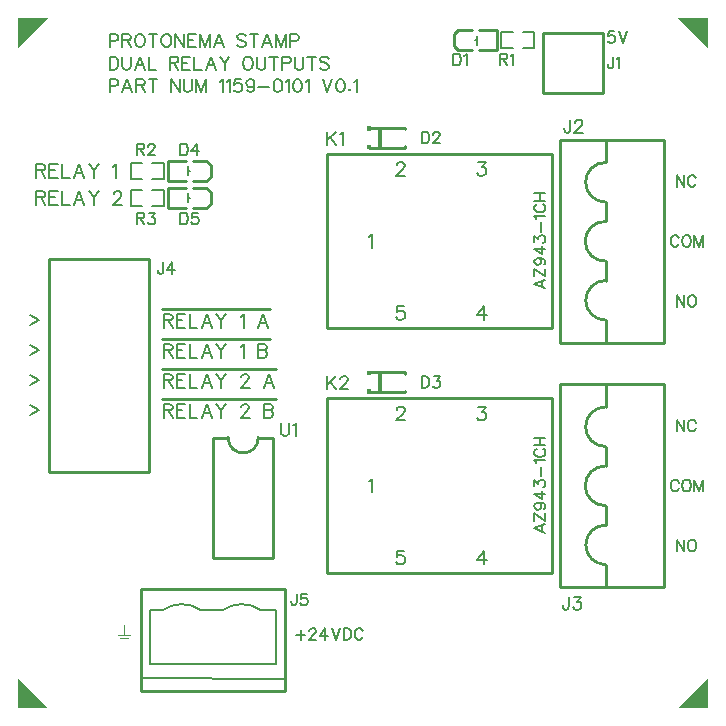
<source format=gto>
G04 Layer: TopSilkscreenLayer*
G04 Panelize: , Column: 2, Row: 2, Board Size: 58.42mm x 58.42mm, Panelized Board Size: 118.84mm x 118.84mm*
G04 EasyEDA v6.5.34, 2023-10-08 21:00:45*
G04 4a59fedaa2674353ae30dd207b49eca9,5a6b42c53f6a479593ecc07194224c93,10*
G04 Gerber Generator version 0.2*
G04 Scale: 100 percent, Rotated: No, Reflected: No *
G04 Dimensions in millimeters *
G04 leading zeros omitted , absolute positions ,4 integer and 5 decimal *
%FSLAX45Y45*%
%MOMM*%

%ADD10C,0.1524*%
%ADD11C,0.2032*%
%ADD12C,0.2540*%
%ADD13C,0.2030*%
%ADD14C,0.1270*%
%ADD15C,0.0135*%

%LPD*%
G36*
X897382Y700278D02*
G01*
X897382Y613156D01*
X844803Y613156D01*
X844803Y605028D01*
X958596Y605028D01*
X958596Y613156D01*
X906018Y613156D01*
X906018Y700278D01*
G37*
G36*
X864362Y591566D02*
G01*
X864362Y583438D01*
X939037Y583438D01*
X939037Y591566D01*
G37*
G36*
X882142Y569722D02*
G01*
X882142Y562102D01*
X921258Y562102D01*
X921258Y569722D01*
G37*
D10*
X774700Y5322315D02*
G01*
X774700Y5213350D01*
X774700Y5322315D02*
G01*
X821436Y5322315D01*
X836929Y5317236D01*
X842263Y5311902D01*
X847344Y5301487D01*
X847344Y5285994D01*
X842263Y5275579D01*
X836929Y5270500D01*
X821436Y5265165D01*
X774700Y5265165D01*
X923289Y5322315D02*
G01*
X881634Y5213350D01*
X923289Y5322315D02*
G01*
X964945Y5213350D01*
X897381Y5249671D02*
G01*
X949197Y5249671D01*
X999236Y5322315D02*
G01*
X999236Y5213350D01*
X999236Y5322315D02*
G01*
X1045971Y5322315D01*
X1061465Y5317236D01*
X1066800Y5311902D01*
X1071879Y5301487D01*
X1071879Y5291073D01*
X1066800Y5280660D01*
X1061465Y5275579D01*
X1045971Y5270500D01*
X999236Y5270500D01*
X1035557Y5270500D02*
G01*
X1071879Y5213350D01*
X1142492Y5322315D02*
G01*
X1142492Y5213350D01*
X1106170Y5322315D02*
G01*
X1178813Y5322315D01*
X1293113Y5322315D02*
G01*
X1293113Y5213350D01*
X1293113Y5322315D02*
G01*
X1366012Y5213350D01*
X1366012Y5322315D02*
G01*
X1366012Y5213350D01*
X1400302Y5322315D02*
G01*
X1400302Y5244337D01*
X1405381Y5228844D01*
X1415795Y5218429D01*
X1431289Y5213350D01*
X1441704Y5213350D01*
X1457452Y5218429D01*
X1467865Y5228844D01*
X1472945Y5244337D01*
X1472945Y5322315D01*
X1507236Y5322315D02*
G01*
X1507236Y5213350D01*
X1507236Y5322315D02*
G01*
X1548892Y5213350D01*
X1590294Y5322315D02*
G01*
X1548892Y5213350D01*
X1590294Y5322315D02*
G01*
X1590294Y5213350D01*
X1704594Y5301487D02*
G01*
X1715007Y5306821D01*
X1730755Y5322315D01*
X1730755Y5213350D01*
X1765045Y5301487D02*
G01*
X1775460Y5306821D01*
X1790954Y5322315D01*
X1790954Y5213350D01*
X1887473Y5322315D02*
G01*
X1835657Y5322315D01*
X1830323Y5275579D01*
X1835657Y5280660D01*
X1851152Y5285994D01*
X1866900Y5285994D01*
X1882394Y5280660D01*
X1892807Y5270500D01*
X1897887Y5254752D01*
X1897887Y5244337D01*
X1892807Y5228844D01*
X1882394Y5218429D01*
X1866900Y5213350D01*
X1851152Y5213350D01*
X1835657Y5218429D01*
X1830323Y5223510D01*
X1825244Y5233923D01*
X1999741Y5285994D02*
G01*
X1994661Y5270500D01*
X1984247Y5260086D01*
X1968500Y5254752D01*
X1963420Y5254752D01*
X1947925Y5260086D01*
X1937511Y5270500D01*
X1932177Y5285994D01*
X1932177Y5291073D01*
X1937511Y5306821D01*
X1947925Y5317236D01*
X1963420Y5322315D01*
X1968500Y5322315D01*
X1984247Y5317236D01*
X1994661Y5306821D01*
X1999741Y5285994D01*
X1999741Y5260086D01*
X1994661Y5233923D01*
X1984247Y5218429D01*
X1968500Y5213350D01*
X1958340Y5213350D01*
X1942591Y5218429D01*
X1937511Y5228844D01*
X2034031Y5260086D02*
G01*
X2127504Y5260086D01*
X2193036Y5322315D02*
G01*
X2177541Y5317236D01*
X2167127Y5301487D01*
X2161793Y5275579D01*
X2161793Y5260086D01*
X2167127Y5233923D01*
X2177541Y5218429D01*
X2193036Y5213350D01*
X2203450Y5213350D01*
X2218943Y5218429D01*
X2229358Y5233923D01*
X2234691Y5260086D01*
X2234691Y5275579D01*
X2229358Y5301487D01*
X2218943Y5317236D01*
X2203450Y5322315D01*
X2193036Y5322315D01*
X2268981Y5301487D02*
G01*
X2279395Y5306821D01*
X2294890Y5322315D01*
X2294890Y5213350D01*
X2360422Y5322315D02*
G01*
X2344674Y5317236D01*
X2334259Y5301487D01*
X2329179Y5275579D01*
X2329179Y5260086D01*
X2334259Y5233923D01*
X2344674Y5218429D01*
X2360422Y5213350D01*
X2370836Y5213350D01*
X2386329Y5218429D01*
X2396743Y5233923D01*
X2401824Y5260086D01*
X2401824Y5275579D01*
X2396743Y5301487D01*
X2386329Y5317236D01*
X2370836Y5322315D01*
X2360422Y5322315D01*
X2436113Y5301487D02*
G01*
X2446527Y5306821D01*
X2462275Y5322315D01*
X2462275Y5213350D01*
X2576575Y5322315D02*
G01*
X2617977Y5213350D01*
X2659634Y5322315D02*
G01*
X2617977Y5213350D01*
X2725165Y5322315D02*
G01*
X2709418Y5317236D01*
X2699004Y5301487D01*
X2693924Y5275579D01*
X2693924Y5260086D01*
X2699004Y5233923D01*
X2709418Y5218429D01*
X2725165Y5213350D01*
X2735579Y5213350D01*
X2751074Y5218429D01*
X2761488Y5233923D01*
X2766568Y5260086D01*
X2766568Y5275579D01*
X2761488Y5301487D01*
X2751074Y5317236D01*
X2735579Y5322315D01*
X2725165Y5322315D01*
X2806191Y5239257D02*
G01*
X2800858Y5233923D01*
X2806191Y5228844D01*
X2811272Y5233923D01*
X2806191Y5239257D01*
X2845561Y5301487D02*
G01*
X2855975Y5306821D01*
X2871470Y5322315D01*
X2871470Y5213350D01*
X774700Y5512815D02*
G01*
X774700Y5403850D01*
X774700Y5512815D02*
G01*
X811021Y5512815D01*
X826770Y5507736D01*
X836929Y5497321D01*
X842263Y5486907D01*
X847344Y5471160D01*
X847344Y5445252D01*
X842263Y5429757D01*
X836929Y5419344D01*
X826770Y5408929D01*
X811021Y5403850D01*
X774700Y5403850D01*
X881634Y5512815D02*
G01*
X881634Y5434837D01*
X886968Y5419344D01*
X897381Y5408929D01*
X912876Y5403850D01*
X923289Y5403850D01*
X938784Y5408929D01*
X949197Y5419344D01*
X954531Y5434837D01*
X954531Y5512815D01*
X1030223Y5512815D02*
G01*
X988821Y5403850D01*
X1030223Y5512815D02*
G01*
X1071879Y5403850D01*
X1004315Y5440171D02*
G01*
X1056386Y5440171D01*
X1106170Y5512815D02*
G01*
X1106170Y5403850D01*
X1106170Y5403850D02*
G01*
X1168400Y5403850D01*
X1282700Y5512815D02*
G01*
X1282700Y5403850D01*
X1282700Y5512815D02*
G01*
X1329689Y5512815D01*
X1345184Y5507736D01*
X1350263Y5502402D01*
X1355597Y5491987D01*
X1355597Y5481573D01*
X1350263Y5471160D01*
X1345184Y5466079D01*
X1329689Y5461000D01*
X1282700Y5461000D01*
X1319276Y5461000D02*
G01*
X1355597Y5403850D01*
X1389887Y5512815D02*
G01*
X1389887Y5403850D01*
X1389887Y5512815D02*
G01*
X1457452Y5512815D01*
X1389887Y5461000D02*
G01*
X1431289Y5461000D01*
X1389887Y5403850D02*
G01*
X1457452Y5403850D01*
X1491742Y5512815D02*
G01*
X1491742Y5403850D01*
X1491742Y5403850D02*
G01*
X1553971Y5403850D01*
X1629918Y5512815D02*
G01*
X1588262Y5403850D01*
X1629918Y5512815D02*
G01*
X1671320Y5403850D01*
X1604010Y5440171D02*
G01*
X1655826Y5440171D01*
X1705610Y5512815D02*
G01*
X1747265Y5461000D01*
X1747265Y5403850D01*
X1788921Y5512815D02*
G01*
X1747265Y5461000D01*
X1934209Y5512815D02*
G01*
X1924050Y5507736D01*
X1913636Y5497321D01*
X1908302Y5486907D01*
X1903221Y5471160D01*
X1903221Y5445252D01*
X1908302Y5429757D01*
X1913636Y5419344D01*
X1924050Y5408929D01*
X1934209Y5403850D01*
X1955038Y5403850D01*
X1965452Y5408929D01*
X1975865Y5419344D01*
X1981200Y5429757D01*
X1986279Y5445252D01*
X1986279Y5471160D01*
X1981200Y5486907D01*
X1975865Y5497321D01*
X1965452Y5507736D01*
X1955038Y5512815D01*
X1934209Y5512815D01*
X2020570Y5512815D02*
G01*
X2020570Y5434837D01*
X2025650Y5419344D01*
X2036063Y5408929D01*
X2051811Y5403850D01*
X2062225Y5403850D01*
X2077720Y5408929D01*
X2088134Y5419344D01*
X2093213Y5434837D01*
X2093213Y5512815D01*
X2164079Y5512815D02*
G01*
X2164079Y5403850D01*
X2127504Y5512815D02*
G01*
X2200402Y5512815D01*
X2234691Y5512815D02*
G01*
X2234691Y5403850D01*
X2234691Y5512815D02*
G01*
X2281427Y5512815D01*
X2296922Y5507736D01*
X2302256Y5502402D01*
X2307336Y5491987D01*
X2307336Y5476494D01*
X2302256Y5466079D01*
X2296922Y5461000D01*
X2281427Y5455665D01*
X2234691Y5455665D01*
X2341625Y5512815D02*
G01*
X2341625Y5434837D01*
X2346959Y5419344D01*
X2357120Y5408929D01*
X2372868Y5403850D01*
X2383281Y5403850D01*
X2398775Y5408929D01*
X2409190Y5419344D01*
X2414270Y5434837D01*
X2414270Y5512815D01*
X2485136Y5512815D02*
G01*
X2485136Y5403850D01*
X2448559Y5512815D02*
G01*
X2521458Y5512815D01*
X2628391Y5497321D02*
G01*
X2617977Y5507736D01*
X2602484Y5512815D01*
X2581656Y5512815D01*
X2566161Y5507736D01*
X2555747Y5497321D01*
X2555747Y5486907D01*
X2560827Y5476494D01*
X2566161Y5471160D01*
X2576575Y5466079D01*
X2607563Y5455665D01*
X2617977Y5450586D01*
X2623311Y5445252D01*
X2628391Y5434837D01*
X2628391Y5419344D01*
X2617977Y5408929D01*
X2602484Y5403850D01*
X2581656Y5403850D01*
X2566161Y5408929D01*
X2555747Y5419344D01*
X774700Y5703315D02*
G01*
X774700Y5594350D01*
X774700Y5703315D02*
G01*
X821436Y5703315D01*
X836929Y5698236D01*
X842263Y5692902D01*
X847344Y5682487D01*
X847344Y5666994D01*
X842263Y5656579D01*
X836929Y5651500D01*
X821436Y5646165D01*
X774700Y5646165D01*
X881634Y5703315D02*
G01*
X881634Y5594350D01*
X881634Y5703315D02*
G01*
X928370Y5703315D01*
X944118Y5698236D01*
X949197Y5692902D01*
X954531Y5682487D01*
X954531Y5672073D01*
X949197Y5661660D01*
X944118Y5656579D01*
X928370Y5651500D01*
X881634Y5651500D01*
X918210Y5651500D02*
G01*
X954531Y5594350D01*
X1019810Y5703315D02*
G01*
X1009650Y5698236D01*
X999236Y5687821D01*
X993902Y5677407D01*
X988821Y5661660D01*
X988821Y5635752D01*
X993902Y5620257D01*
X999236Y5609844D01*
X1009650Y5599429D01*
X1019810Y5594350D01*
X1040637Y5594350D01*
X1051052Y5599429D01*
X1061465Y5609844D01*
X1066800Y5620257D01*
X1071879Y5635752D01*
X1071879Y5661660D01*
X1066800Y5677407D01*
X1061465Y5687821D01*
X1051052Y5698236D01*
X1040637Y5703315D01*
X1019810Y5703315D01*
X1142492Y5703315D02*
G01*
X1142492Y5594350D01*
X1106170Y5703315D02*
G01*
X1178813Y5703315D01*
X1244345Y5703315D02*
G01*
X1233931Y5698236D01*
X1223518Y5687821D01*
X1218437Y5677407D01*
X1213104Y5661660D01*
X1213104Y5635752D01*
X1218437Y5620257D01*
X1223518Y5609844D01*
X1233931Y5599429D01*
X1244345Y5594350D01*
X1265173Y5594350D01*
X1275587Y5599429D01*
X1286002Y5609844D01*
X1291081Y5620257D01*
X1296415Y5635752D01*
X1296415Y5661660D01*
X1291081Y5677407D01*
X1286002Y5687821D01*
X1275587Y5698236D01*
X1265173Y5703315D01*
X1244345Y5703315D01*
X1330705Y5703315D02*
G01*
X1330705Y5594350D01*
X1330705Y5703315D02*
G01*
X1403350Y5594350D01*
X1403350Y5703315D02*
G01*
X1403350Y5594350D01*
X1437639Y5703315D02*
G01*
X1437639Y5594350D01*
X1437639Y5703315D02*
G01*
X1505204Y5703315D01*
X1437639Y5651500D02*
G01*
X1479295Y5651500D01*
X1437639Y5594350D02*
G01*
X1505204Y5594350D01*
X1539494Y5703315D02*
G01*
X1539494Y5594350D01*
X1539494Y5703315D02*
G01*
X1581150Y5594350D01*
X1622552Y5703315D02*
G01*
X1581150Y5594350D01*
X1622552Y5703315D02*
G01*
X1622552Y5594350D01*
X1698497Y5703315D02*
G01*
X1656842Y5594350D01*
X1698497Y5703315D02*
G01*
X1739900Y5594350D01*
X1672589Y5630671D02*
G01*
X1724405Y5630671D01*
X1927097Y5687821D02*
G01*
X1916684Y5698236D01*
X1901189Y5703315D01*
X1880362Y5703315D01*
X1864613Y5698236D01*
X1854200Y5687821D01*
X1854200Y5677407D01*
X1859534Y5666994D01*
X1864613Y5661660D01*
X1875028Y5656579D01*
X1906270Y5646165D01*
X1916684Y5641086D01*
X1921763Y5635752D01*
X1927097Y5625337D01*
X1927097Y5609844D01*
X1916684Y5599429D01*
X1901189Y5594350D01*
X1880362Y5594350D01*
X1864613Y5599429D01*
X1854200Y5609844D01*
X1997709Y5703315D02*
G01*
X1997709Y5594350D01*
X1961388Y5703315D02*
G01*
X2034031Y5703315D01*
X2109977Y5703315D02*
G01*
X2068322Y5594350D01*
X2109977Y5703315D02*
G01*
X2151379Y5594350D01*
X2084070Y5630671D02*
G01*
X2135886Y5630671D01*
X2185670Y5703315D02*
G01*
X2185670Y5594350D01*
X2185670Y5703315D02*
G01*
X2227325Y5594350D01*
X2268981Y5703315D02*
G01*
X2227325Y5594350D01*
X2268981Y5703315D02*
G01*
X2268981Y5594350D01*
X2303272Y5703315D02*
G01*
X2303272Y5594350D01*
X2303272Y5703315D02*
G01*
X2350008Y5703315D01*
X2365502Y5698236D01*
X2370836Y5692902D01*
X2375915Y5682487D01*
X2375915Y5666994D01*
X2370836Y5656579D01*
X2365502Y5651500D01*
X2350008Y5646165D01*
X2303272Y5646165D01*
X5036565Y5511037D02*
G01*
X5036565Y5438394D01*
X5031993Y5424678D01*
X5027422Y5420105D01*
X5018277Y5415534D01*
X5009388Y5415534D01*
X5000243Y5420105D01*
X4995672Y5424678D01*
X4991100Y5438394D01*
X4991100Y5447537D01*
X5066538Y5493004D02*
G01*
X5075681Y5497576D01*
X5089397Y5511037D01*
X5089397Y5415534D01*
X2390399Y658873D02*
G01*
X2390399Y576831D01*
X2349505Y617979D02*
G01*
X2431293Y617979D01*
X2465837Y649729D02*
G01*
X2465837Y654301D01*
X2470409Y663191D01*
X2474981Y667763D01*
X2484125Y672335D01*
X2502159Y672335D01*
X2511303Y667763D01*
X2515875Y663191D01*
X2520447Y654301D01*
X2520447Y645157D01*
X2515875Y636013D01*
X2506731Y622297D01*
X2461265Y576831D01*
X2525019Y576831D01*
X2600457Y672335D02*
G01*
X2554991Y608835D01*
X2623063Y608835D01*
X2600457Y672335D02*
G01*
X2600457Y576831D01*
X2653035Y672335D02*
G01*
X2689611Y576831D01*
X2725933Y672335D02*
G01*
X2689611Y576831D01*
X2755905Y672335D02*
G01*
X2755905Y576831D01*
X2755905Y672335D02*
G01*
X2787655Y672335D01*
X2801371Y667763D01*
X2810515Y658873D01*
X2814833Y649729D01*
X2819405Y636013D01*
X2819405Y613407D01*
X2814833Y599691D01*
X2810515Y590547D01*
X2801371Y581403D01*
X2787655Y576831D01*
X2755905Y576831D01*
X2917703Y649729D02*
G01*
X2913131Y658873D01*
X2903987Y667763D01*
X2894843Y672335D01*
X2876809Y672335D01*
X2867665Y667763D01*
X2858521Y658873D01*
X2853949Y649729D01*
X2849377Y636013D01*
X2849377Y613407D01*
X2853949Y599691D01*
X2858521Y590547D01*
X2867665Y581403D01*
X2876809Y576831D01*
X2894843Y576831D01*
X2903987Y581403D01*
X2913131Y590547D01*
X2917703Y599691D01*
X5575300Y4507737D02*
G01*
X5575300Y4412234D01*
X5575300Y4507737D02*
G01*
X5639054Y4412234D01*
X5639054Y4507737D02*
G01*
X5639054Y4412234D01*
X5737097Y4485131D02*
G01*
X5732525Y4494276D01*
X5723381Y4503165D01*
X5714491Y4507737D01*
X5696204Y4507737D01*
X5687059Y4503165D01*
X5677915Y4494276D01*
X5673597Y4485131D01*
X5669025Y4471415D01*
X5669025Y4448810D01*
X5673597Y4435094D01*
X5677915Y4425950D01*
X5687059Y4416805D01*
X5696204Y4412234D01*
X5714491Y4412234D01*
X5723381Y4416805D01*
X5732525Y4425950D01*
X5737097Y4435094D01*
X5592572Y3977131D02*
G01*
X5588254Y3986276D01*
X5579109Y3995165D01*
X5569965Y3999737D01*
X5551677Y3999737D01*
X5542788Y3995165D01*
X5533643Y3986276D01*
X5529072Y3977131D01*
X5524500Y3963415D01*
X5524500Y3940810D01*
X5529072Y3927094D01*
X5533643Y3917950D01*
X5542788Y3908805D01*
X5551677Y3904234D01*
X5569965Y3904234D01*
X5579109Y3908805D01*
X5588254Y3917950D01*
X5592572Y3927094D01*
X5649975Y3999737D02*
G01*
X5640831Y3995165D01*
X5631688Y3986276D01*
X5627115Y3977131D01*
X5622797Y3963415D01*
X5622797Y3940810D01*
X5627115Y3927094D01*
X5631688Y3917950D01*
X5640831Y3908805D01*
X5649975Y3904234D01*
X5668009Y3904234D01*
X5677154Y3908805D01*
X5686297Y3917950D01*
X5690870Y3927094D01*
X5695441Y3940810D01*
X5695441Y3963415D01*
X5690870Y3977131D01*
X5686297Y3986276D01*
X5677154Y3995165D01*
X5668009Y3999737D01*
X5649975Y3999737D01*
X5725413Y3999737D02*
G01*
X5725413Y3904234D01*
X5725413Y3999737D02*
G01*
X5761736Y3904234D01*
X5798058Y3999737D02*
G01*
X5761736Y3904234D01*
X5798058Y3999737D02*
G01*
X5798058Y3904234D01*
X5575300Y3491737D02*
G01*
X5575300Y3396234D01*
X5575300Y3491737D02*
G01*
X5639054Y3396234D01*
X5639054Y3491737D02*
G01*
X5639054Y3396234D01*
X5696204Y3491737D02*
G01*
X5687059Y3487165D01*
X5677915Y3478276D01*
X5673597Y3469131D01*
X5669025Y3455415D01*
X5669025Y3432810D01*
X5673597Y3419094D01*
X5677915Y3409950D01*
X5687059Y3400805D01*
X5696204Y3396234D01*
X5714491Y3396234D01*
X5723381Y3400805D01*
X5732525Y3409950D01*
X5737097Y3419094D01*
X5741670Y3432810D01*
X5741670Y3455415D01*
X5737097Y3469131D01*
X5732525Y3478276D01*
X5723381Y3487165D01*
X5714491Y3491737D01*
X5696204Y3491737D01*
X5575300Y1421637D02*
G01*
X5575300Y1326134D01*
X5575300Y1421637D02*
G01*
X5639054Y1326134D01*
X5639054Y1421637D02*
G01*
X5639054Y1326134D01*
X5696204Y1421637D02*
G01*
X5687059Y1417065D01*
X5677915Y1408176D01*
X5673597Y1399031D01*
X5669025Y1385315D01*
X5669025Y1362710D01*
X5673597Y1348994D01*
X5677915Y1339850D01*
X5687059Y1330705D01*
X5696204Y1326134D01*
X5714491Y1326134D01*
X5723381Y1330705D01*
X5732525Y1339850D01*
X5737097Y1348994D01*
X5741670Y1362710D01*
X5741670Y1385315D01*
X5737097Y1399031D01*
X5732525Y1408176D01*
X5723381Y1417065D01*
X5714491Y1421637D01*
X5696204Y1421637D01*
X5592572Y1907031D02*
G01*
X5588254Y1916176D01*
X5579109Y1925065D01*
X5569965Y1929637D01*
X5551677Y1929637D01*
X5542788Y1925065D01*
X5533643Y1916176D01*
X5529072Y1907031D01*
X5524500Y1893315D01*
X5524500Y1870710D01*
X5529072Y1856994D01*
X5533643Y1847850D01*
X5542788Y1838705D01*
X5551677Y1834134D01*
X5569965Y1834134D01*
X5579109Y1838705D01*
X5588254Y1847850D01*
X5592572Y1856994D01*
X5649975Y1929637D02*
G01*
X5640831Y1925065D01*
X5631688Y1916176D01*
X5627115Y1907031D01*
X5622797Y1893315D01*
X5622797Y1870710D01*
X5627115Y1856994D01*
X5631688Y1847850D01*
X5640831Y1838705D01*
X5649975Y1834134D01*
X5668009Y1834134D01*
X5677154Y1838705D01*
X5686297Y1847850D01*
X5690870Y1856994D01*
X5695441Y1870710D01*
X5695441Y1893315D01*
X5690870Y1907031D01*
X5686297Y1916176D01*
X5677154Y1925065D01*
X5668009Y1929637D01*
X5649975Y1929637D01*
X5725413Y1929637D02*
G01*
X5725413Y1834134D01*
X5725413Y1929637D02*
G01*
X5761736Y1834134D01*
X5798058Y1929637D02*
G01*
X5761736Y1834134D01*
X5798058Y1929637D02*
G01*
X5798058Y1834134D01*
X5575300Y2437637D02*
G01*
X5575300Y2342134D01*
X5575300Y2437637D02*
G01*
X5639054Y2342134D01*
X5639054Y2437637D02*
G01*
X5639054Y2342134D01*
X5737097Y2415031D02*
G01*
X5732525Y2424176D01*
X5723381Y2433065D01*
X5714491Y2437637D01*
X5696204Y2437637D01*
X5687059Y2433065D01*
X5677915Y2424176D01*
X5673597Y2415031D01*
X5669025Y2401315D01*
X5669025Y2378710D01*
X5673597Y2364994D01*
X5677915Y2355850D01*
X5687059Y2346705D01*
X5696204Y2342134D01*
X5714491Y2342134D01*
X5723381Y2346705D01*
X5732525Y2355850D01*
X5737097Y2364994D01*
X101625Y2817368D02*
G01*
X174269Y2776473D01*
X101625Y2735326D01*
X101625Y3071368D02*
G01*
X174269Y3030473D01*
X101625Y2989326D01*
X101625Y3325368D02*
G01*
X174269Y3284473D01*
X101625Y3243326D01*
X101625Y2563368D02*
G01*
X174269Y2522473D01*
X101625Y2481326D01*
X1226565Y3771137D02*
G01*
X1226565Y3698494D01*
X1221994Y3684778D01*
X1217421Y3680205D01*
X1208278Y3675634D01*
X1199387Y3675634D01*
X1190244Y3680205D01*
X1185671Y3684778D01*
X1181100Y3698494D01*
X1181100Y3707637D01*
X1302004Y3771137D02*
G01*
X1256537Y3707637D01*
X1324610Y3707637D01*
X1302004Y3771137D02*
G01*
X1302004Y3675634D01*
X1231900Y3334257D02*
G01*
X1231900Y3219704D01*
X1231900Y3334257D02*
G01*
X1280921Y3334257D01*
X1297431Y3328670D01*
X1302765Y3323336D01*
X1308354Y3312413D01*
X1308354Y3301492D01*
X1302765Y3290570D01*
X1297431Y3284981D01*
X1280921Y3279647D01*
X1231900Y3279647D01*
X1270000Y3279647D02*
G01*
X1308354Y3219704D01*
X1344168Y3334257D02*
G01*
X1344168Y3219704D01*
X1344168Y3334257D02*
G01*
X1415287Y3334257D01*
X1344168Y3279647D02*
G01*
X1387855Y3279647D01*
X1344168Y3219704D02*
G01*
X1415287Y3219704D01*
X1451102Y3334257D02*
G01*
X1451102Y3219704D01*
X1451102Y3219704D02*
G01*
X1516634Y3219704D01*
X1596136Y3334257D02*
G01*
X1552702Y3219704D01*
X1596136Y3334257D02*
G01*
X1639823Y3219704D01*
X1568957Y3257804D02*
G01*
X1623568Y3257804D01*
X1675892Y3334257D02*
G01*
X1719579Y3279647D01*
X1719579Y3219704D01*
X1763268Y3334257D02*
G01*
X1719579Y3279647D01*
X1883155Y3312413D02*
G01*
X1894078Y3317747D01*
X1910334Y3334257D01*
X1910334Y3219704D01*
X2074163Y3334257D02*
G01*
X2030475Y3219704D01*
X2074163Y3334257D02*
G01*
X2117597Y3219704D01*
X2046731Y3257804D02*
G01*
X2101341Y3257804D01*
X1231900Y3080257D02*
G01*
X1231900Y2965704D01*
X1231900Y3080257D02*
G01*
X1280921Y3080257D01*
X1297431Y3074670D01*
X1302765Y3069336D01*
X1308354Y3058413D01*
X1308354Y3047492D01*
X1302765Y3036570D01*
X1297431Y3030981D01*
X1280921Y3025647D01*
X1231900Y3025647D01*
X1270000Y3025647D02*
G01*
X1308354Y2965704D01*
X1344168Y3080257D02*
G01*
X1344168Y2965704D01*
X1344168Y3080257D02*
G01*
X1415287Y3080257D01*
X1344168Y3025647D02*
G01*
X1387855Y3025647D01*
X1344168Y2965704D02*
G01*
X1415287Y2965704D01*
X1451102Y3080257D02*
G01*
X1451102Y2965704D01*
X1451102Y2965704D02*
G01*
X1516634Y2965704D01*
X1596136Y3080257D02*
G01*
X1552702Y2965704D01*
X1596136Y3080257D02*
G01*
X1639823Y2965704D01*
X1568957Y3003804D02*
G01*
X1623568Y3003804D01*
X1675892Y3080257D02*
G01*
X1719579Y3025647D01*
X1719579Y2965704D01*
X1763268Y3080257D02*
G01*
X1719579Y3025647D01*
X1883155Y3058413D02*
G01*
X1894078Y3063747D01*
X1910334Y3080257D01*
X1910334Y2965704D01*
X2030475Y3080257D02*
G01*
X2030475Y2965704D01*
X2030475Y3080257D02*
G01*
X2079497Y3080257D01*
X2096008Y3074670D01*
X2101341Y3069336D01*
X2106929Y3058413D01*
X2106929Y3047492D01*
X2101341Y3036570D01*
X2096008Y3030981D01*
X2079497Y3025647D01*
X2030475Y3025647D02*
G01*
X2079497Y3025647D01*
X2096008Y3020313D01*
X2101341Y3014726D01*
X2106929Y3003804D01*
X2106929Y2987547D01*
X2101341Y2976626D01*
X2096008Y2971037D01*
X2079497Y2965704D01*
X2030475Y2965704D01*
X1231900Y2826257D02*
G01*
X1231900Y2711704D01*
X1231900Y2826257D02*
G01*
X1280921Y2826257D01*
X1297431Y2820670D01*
X1302765Y2815336D01*
X1308354Y2804413D01*
X1308354Y2793492D01*
X1302765Y2782570D01*
X1297431Y2776981D01*
X1280921Y2771647D01*
X1231900Y2771647D01*
X1270000Y2771647D02*
G01*
X1308354Y2711704D01*
X1344168Y2826257D02*
G01*
X1344168Y2711704D01*
X1344168Y2826257D02*
G01*
X1415287Y2826257D01*
X1344168Y2771647D02*
G01*
X1387855Y2771647D01*
X1344168Y2711704D02*
G01*
X1415287Y2711704D01*
X1451102Y2826257D02*
G01*
X1451102Y2711704D01*
X1451102Y2711704D02*
G01*
X1516634Y2711704D01*
X1596136Y2826257D02*
G01*
X1552702Y2711704D01*
X1596136Y2826257D02*
G01*
X1639823Y2711704D01*
X1568957Y2749804D02*
G01*
X1623568Y2749804D01*
X1675892Y2826257D02*
G01*
X1719579Y2771647D01*
X1719579Y2711704D01*
X1763268Y2826257D02*
G01*
X1719579Y2771647D01*
X1888744Y2798826D02*
G01*
X1888744Y2804413D01*
X1894078Y2815336D01*
X1899412Y2820670D01*
X1910334Y2826257D01*
X1932177Y2826257D01*
X1943100Y2820670D01*
X1948688Y2815336D01*
X1954022Y2804413D01*
X1954022Y2793492D01*
X1948688Y2782570D01*
X1937765Y2766313D01*
X1883155Y2711704D01*
X1959609Y2711704D01*
X2123186Y2826257D02*
G01*
X2079497Y2711704D01*
X2123186Y2826257D02*
G01*
X2166874Y2711704D01*
X2096008Y2749804D02*
G01*
X2150363Y2749804D01*
X1231900Y2572257D02*
G01*
X1231900Y2457704D01*
X1231900Y2572257D02*
G01*
X1280921Y2572257D01*
X1297431Y2566670D01*
X1302765Y2561336D01*
X1308354Y2550413D01*
X1308354Y2539492D01*
X1302765Y2528570D01*
X1297431Y2522981D01*
X1280921Y2517647D01*
X1231900Y2517647D01*
X1270000Y2517647D02*
G01*
X1308354Y2457704D01*
X1344168Y2572257D02*
G01*
X1344168Y2457704D01*
X1344168Y2572257D02*
G01*
X1415287Y2572257D01*
X1344168Y2517647D02*
G01*
X1387855Y2517647D01*
X1344168Y2457704D02*
G01*
X1415287Y2457704D01*
X1451102Y2572257D02*
G01*
X1451102Y2457704D01*
X1451102Y2457704D02*
G01*
X1516634Y2457704D01*
X1596136Y2572257D02*
G01*
X1552702Y2457704D01*
X1596136Y2572257D02*
G01*
X1639823Y2457704D01*
X1568957Y2495804D02*
G01*
X1623568Y2495804D01*
X1675892Y2572257D02*
G01*
X1719579Y2517647D01*
X1719579Y2457704D01*
X1763268Y2572257D02*
G01*
X1719579Y2517647D01*
X1888744Y2544826D02*
G01*
X1888744Y2550413D01*
X1894078Y2561336D01*
X1899412Y2566670D01*
X1910334Y2572257D01*
X1932177Y2572257D01*
X1943100Y2566670D01*
X1948688Y2561336D01*
X1954022Y2550413D01*
X1954022Y2539492D01*
X1948688Y2528570D01*
X1937765Y2512313D01*
X1883155Y2457704D01*
X1959609Y2457704D01*
X2079497Y2572257D02*
G01*
X2079497Y2457704D01*
X2079497Y2572257D02*
G01*
X2128520Y2572257D01*
X2145029Y2566670D01*
X2150363Y2561336D01*
X2155952Y2550413D01*
X2155952Y2539492D01*
X2150363Y2528570D01*
X2145029Y2522981D01*
X2128520Y2517647D01*
X2079497Y2517647D02*
G01*
X2128520Y2517647D01*
X2145029Y2512313D01*
X2150363Y2506726D01*
X2155952Y2495804D01*
X2155952Y2479547D01*
X2150363Y2468626D01*
X2145029Y2463037D01*
X2128520Y2457704D01*
X2079497Y2457704D01*
X5045709Y5726937D02*
G01*
X5000243Y5726937D01*
X4995672Y5686044D01*
X5000243Y5690615D01*
X5013706Y5695187D01*
X5027422Y5695187D01*
X5041138Y5690615D01*
X5050281Y5681471D01*
X5054854Y5668010D01*
X5054854Y5658865D01*
X5050281Y5645150D01*
X5041138Y5636005D01*
X5027422Y5631434D01*
X5013706Y5631434D01*
X5000243Y5636005D01*
X4995672Y5640578D01*
X4991100Y5649721D01*
X5084825Y5726937D02*
G01*
X5121147Y5631434D01*
X5157470Y5726937D02*
G01*
X5121147Y5631434D01*
X152400Y4604257D02*
G01*
X152400Y4489704D01*
X152400Y4604257D02*
G01*
X201421Y4604257D01*
X217931Y4598670D01*
X223265Y4593336D01*
X228854Y4582413D01*
X228854Y4571492D01*
X223265Y4560570D01*
X217931Y4554981D01*
X201421Y4549647D01*
X152400Y4549647D01*
X190500Y4549647D02*
G01*
X228854Y4489704D01*
X264668Y4604257D02*
G01*
X264668Y4489704D01*
X264668Y4604257D02*
G01*
X335787Y4604257D01*
X264668Y4549647D02*
G01*
X308355Y4549647D01*
X264668Y4489704D02*
G01*
X335787Y4489704D01*
X371602Y4604257D02*
G01*
X371602Y4489704D01*
X371602Y4489704D02*
G01*
X437134Y4489704D01*
X516636Y4604257D02*
G01*
X473202Y4489704D01*
X516636Y4604257D02*
G01*
X560323Y4489704D01*
X489457Y4527804D02*
G01*
X544068Y4527804D01*
X596392Y4604257D02*
G01*
X640079Y4549647D01*
X640079Y4489704D01*
X683768Y4604257D02*
G01*
X640079Y4549647D01*
X803655Y4582413D02*
G01*
X814578Y4587747D01*
X830834Y4604257D01*
X830834Y4489704D01*
X152400Y4375657D02*
G01*
X152400Y4261104D01*
X152400Y4375657D02*
G01*
X201421Y4375657D01*
X217931Y4370070D01*
X223265Y4364736D01*
X228854Y4353813D01*
X228854Y4342892D01*
X223265Y4331970D01*
X217931Y4326381D01*
X201421Y4321047D01*
X152400Y4321047D01*
X190500Y4321047D02*
G01*
X228854Y4261104D01*
X264668Y4375657D02*
G01*
X264668Y4261104D01*
X264668Y4375657D02*
G01*
X335787Y4375657D01*
X264668Y4321047D02*
G01*
X308355Y4321047D01*
X264668Y4261104D02*
G01*
X335787Y4261104D01*
X371602Y4375657D02*
G01*
X371602Y4261104D01*
X371602Y4261104D02*
G01*
X437134Y4261104D01*
X516636Y4375657D02*
G01*
X473202Y4261104D01*
X516636Y4375657D02*
G01*
X560323Y4261104D01*
X489457Y4299204D02*
G01*
X544068Y4299204D01*
X596392Y4375657D02*
G01*
X640079Y4321047D01*
X640079Y4261104D01*
X683768Y4375657D02*
G01*
X640079Y4321047D01*
X809244Y4348226D02*
G01*
X809244Y4353813D01*
X814578Y4364736D01*
X819912Y4370070D01*
X830834Y4375657D01*
X852678Y4375657D01*
X863600Y4370070D01*
X869187Y4364736D01*
X874521Y4353813D01*
X874521Y4342892D01*
X869187Y4331970D01*
X858265Y4315713D01*
X803655Y4261104D01*
X880110Y4261104D01*
X1003300Y4774437D02*
G01*
X1003300Y4678934D01*
X1003300Y4774437D02*
G01*
X1044194Y4774437D01*
X1057910Y4769865D01*
X1062481Y4765294D01*
X1067054Y4756404D01*
X1067054Y4747260D01*
X1062481Y4738115D01*
X1057910Y4733544D01*
X1044194Y4728971D01*
X1003300Y4728971D01*
X1035050Y4728971D02*
G01*
X1067054Y4678934D01*
X1101597Y4751831D02*
G01*
X1101597Y4756404D01*
X1105915Y4765294D01*
X1110487Y4769865D01*
X1119631Y4774437D01*
X1137920Y4774437D01*
X1146810Y4769865D01*
X1151381Y4765294D01*
X1155954Y4756404D01*
X1155954Y4747260D01*
X1151381Y4738115D01*
X1142492Y4724400D01*
X1097026Y4678934D01*
X1160526Y4678934D01*
X1003300Y4190237D02*
G01*
X1003300Y4094734D01*
X1003300Y4190237D02*
G01*
X1044194Y4190237D01*
X1057910Y4185665D01*
X1062481Y4181094D01*
X1067054Y4172204D01*
X1067054Y4163060D01*
X1062481Y4153915D01*
X1057910Y4149344D01*
X1044194Y4144771D01*
X1003300Y4144771D01*
X1035050Y4144771D02*
G01*
X1067054Y4094734D01*
X1105915Y4190237D02*
G01*
X1155954Y4190237D01*
X1128776Y4153915D01*
X1142492Y4153915D01*
X1151381Y4149344D01*
X1155954Y4144771D01*
X1160526Y4131310D01*
X1160526Y4122165D01*
X1155954Y4108450D01*
X1146810Y4099305D01*
X1133347Y4094734D01*
X1119631Y4094734D01*
X1105915Y4099305D01*
X1101597Y4103878D01*
X1097026Y4113021D01*
X1371600Y4774437D02*
G01*
X1371600Y4678934D01*
X1371600Y4774437D02*
G01*
X1403350Y4774437D01*
X1417065Y4769865D01*
X1426210Y4760976D01*
X1430781Y4751831D01*
X1435354Y4738115D01*
X1435354Y4715510D01*
X1430781Y4701794D01*
X1426210Y4692650D01*
X1417065Y4683505D01*
X1403350Y4678934D01*
X1371600Y4678934D01*
X1510792Y4774437D02*
G01*
X1465326Y4710937D01*
X1533397Y4710937D01*
X1510792Y4774437D02*
G01*
X1510792Y4678934D01*
X1371600Y4190237D02*
G01*
X1371600Y4094734D01*
X1371600Y4190237D02*
G01*
X1403350Y4190237D01*
X1417065Y4185665D01*
X1426210Y4176776D01*
X1430781Y4167631D01*
X1435354Y4153915D01*
X1435354Y4131310D01*
X1430781Y4117594D01*
X1426210Y4108450D01*
X1417065Y4099305D01*
X1403350Y4094734D01*
X1371600Y4094734D01*
X1519681Y4190237D02*
G01*
X1474215Y4190237D01*
X1469897Y4149344D01*
X1474215Y4153915D01*
X1487931Y4158487D01*
X1501647Y4158487D01*
X1515110Y4153915D01*
X1524254Y4144771D01*
X1528826Y4131310D01*
X1528826Y4122165D01*
X1524254Y4108450D01*
X1515110Y4099305D01*
X1501647Y4094734D01*
X1487931Y4094734D01*
X1474215Y4099305D01*
X1469897Y4103878D01*
X1465326Y4113021D01*
X4076700Y5536437D02*
G01*
X4076700Y5440934D01*
X4076700Y5536437D02*
G01*
X4117593Y5536437D01*
X4131309Y5531865D01*
X4135881Y5527294D01*
X4140454Y5518404D01*
X4140454Y5509260D01*
X4135881Y5500115D01*
X4131309Y5495544D01*
X4117593Y5490971D01*
X4076700Y5490971D01*
X4108450Y5490971D02*
G01*
X4140454Y5440934D01*
X4170425Y5518404D02*
G01*
X4179315Y5522976D01*
X4193031Y5536437D01*
X4193031Y5440934D01*
X3683000Y5536437D02*
G01*
X3683000Y5440934D01*
X3683000Y5536437D02*
G01*
X3714750Y5536437D01*
X3728465Y5531865D01*
X3737609Y5522976D01*
X3742181Y5513831D01*
X3746754Y5500115D01*
X3746754Y5477510D01*
X3742181Y5463794D01*
X3737609Y5454650D01*
X3728465Y5445505D01*
X3714750Y5440934D01*
X3683000Y5440934D01*
X3776725Y5518404D02*
G01*
X3785615Y5522976D01*
X3799331Y5536437D01*
X3799331Y5440934D01*
D11*
X4368820Y3588809D02*
G01*
X4464324Y3552487D01*
X4368820Y3588809D02*
G01*
X4464324Y3625131D01*
X4432574Y3566203D02*
G01*
X4432574Y3611669D01*
X4368820Y3718857D02*
G01*
X4464324Y3655103D01*
X4368820Y3655103D02*
G01*
X4368820Y3718857D01*
X4464324Y3655103D02*
G01*
X4464324Y3718857D01*
X4400824Y3808011D02*
G01*
X4414286Y3803439D01*
X4423430Y3794295D01*
X4428002Y3780579D01*
X4428002Y3776007D01*
X4423430Y3762545D01*
X4414286Y3753401D01*
X4400824Y3748829D01*
X4396252Y3748829D01*
X4382536Y3753401D01*
X4373392Y3762545D01*
X4368820Y3776007D01*
X4368820Y3780579D01*
X4373392Y3794295D01*
X4382536Y3803439D01*
X4400824Y3808011D01*
X4423430Y3808011D01*
X4446036Y3803439D01*
X4459752Y3794295D01*
X4464324Y3780579D01*
X4464324Y3771689D01*
X4459752Y3757973D01*
X4450608Y3753401D01*
X4368820Y3883449D02*
G01*
X4432574Y3837983D01*
X4432574Y3906055D01*
X4368820Y3883449D02*
G01*
X4464324Y3883449D01*
X4368820Y3945171D02*
G01*
X4368820Y3995209D01*
X4405142Y3968031D01*
X4405142Y3981493D01*
X4409714Y3990637D01*
X4414286Y3995209D01*
X4428002Y3999781D01*
X4437146Y3999781D01*
X4450608Y3995209D01*
X4459752Y3986065D01*
X4464324Y3972603D01*
X4464324Y3958887D01*
X4459752Y3945171D01*
X4455180Y3940599D01*
X4446036Y3936027D01*
X4423430Y4029753D02*
G01*
X4423430Y4111541D01*
X4387108Y4141513D02*
G01*
X4382536Y4150657D01*
X4368820Y4164373D01*
X4464324Y4164373D01*
X4391680Y4262417D02*
G01*
X4382536Y4257845D01*
X4373392Y4248955D01*
X4368820Y4239811D01*
X4368820Y4221523D01*
X4373392Y4212379D01*
X4382536Y4203489D01*
X4391680Y4198917D01*
X4405142Y4194345D01*
X4428002Y4194345D01*
X4441718Y4198917D01*
X4450608Y4203489D01*
X4459752Y4212379D01*
X4464324Y4221523D01*
X4464324Y4239811D01*
X4459752Y4248955D01*
X4450608Y4257845D01*
X4441718Y4262417D01*
X4368820Y4292389D02*
G01*
X4464324Y4292389D01*
X4368820Y4356143D02*
G01*
X4464324Y4356143D01*
X4414286Y4292389D02*
G01*
X4414286Y4356143D01*
X2971800Y3987800D02*
G01*
X2982722Y3993134D01*
X2998977Y4009644D01*
X2998977Y3895089D01*
X3205734Y4591812D02*
G01*
X3205734Y4597400D01*
X3211322Y4608321D01*
X3216656Y4613655D01*
X3227577Y4619244D01*
X3249422Y4619244D01*
X3260343Y4613655D01*
X3265931Y4608321D01*
X3271265Y4597400D01*
X3271265Y4586478D01*
X3265931Y4575555D01*
X3255009Y4559045D01*
X3200400Y4504689D01*
X3276600Y4504689D01*
X3897122Y4619244D02*
G01*
X3957065Y4619244D01*
X3924300Y4575555D01*
X3940809Y4575555D01*
X3951731Y4569968D01*
X3957065Y4564634D01*
X3962400Y4548123D01*
X3962400Y4537455D01*
X3957065Y4520945D01*
X3946143Y4510023D01*
X3929888Y4504689D01*
X3913377Y4504689D01*
X3897122Y4510023D01*
X3891534Y4515612D01*
X3886200Y4526534D01*
X3940809Y3400044D02*
G01*
X3886200Y3323589D01*
X3967988Y3323589D01*
X3940809Y3400044D02*
G01*
X3940809Y3285489D01*
X3265931Y3400044D02*
G01*
X3211322Y3400044D01*
X3205734Y3350768D01*
X3211322Y3356355D01*
X3227577Y3361689D01*
X3244088Y3361689D01*
X3260343Y3356355D01*
X3271265Y3345434D01*
X3276854Y3329178D01*
X3276854Y3318255D01*
X3271265Y3301745D01*
X3260343Y3290823D01*
X3244088Y3285489D01*
X3227577Y3285489D01*
X3211322Y3290823D01*
X3205734Y3296412D01*
X3200400Y3307334D01*
D10*
X2616200Y4877815D02*
G01*
X2616200Y4768850D01*
X2688843Y4877815D02*
G01*
X2616200Y4805171D01*
X2642108Y4831079D02*
G01*
X2688843Y4768850D01*
X2723134Y4856987D02*
G01*
X2733547Y4862321D01*
X2749295Y4877815D01*
X2749295Y4768850D01*
D11*
X4368812Y1518709D02*
G01*
X4464316Y1482387D01*
X4368812Y1518709D02*
G01*
X4464316Y1555031D01*
X4432566Y1496103D02*
G01*
X4432566Y1541569D01*
X4368812Y1648757D02*
G01*
X4464316Y1585003D01*
X4368812Y1585003D02*
G01*
X4368812Y1648757D01*
X4464316Y1585003D02*
G01*
X4464316Y1648757D01*
X4400816Y1737911D02*
G01*
X4414278Y1733339D01*
X4423422Y1724195D01*
X4427994Y1710479D01*
X4427994Y1705907D01*
X4423422Y1692445D01*
X4414278Y1683301D01*
X4400816Y1678729D01*
X4396244Y1678729D01*
X4382528Y1683301D01*
X4373384Y1692445D01*
X4368812Y1705907D01*
X4368812Y1710479D01*
X4373384Y1724195D01*
X4382528Y1733339D01*
X4400816Y1737911D01*
X4423422Y1737911D01*
X4446028Y1733339D01*
X4459744Y1724195D01*
X4464316Y1710479D01*
X4464316Y1701589D01*
X4459744Y1687873D01*
X4450600Y1683301D01*
X4368812Y1813349D02*
G01*
X4432566Y1767883D01*
X4432566Y1835955D01*
X4368812Y1813349D02*
G01*
X4464316Y1813349D01*
X4368812Y1875071D02*
G01*
X4368812Y1925109D01*
X4405134Y1897931D01*
X4405134Y1911393D01*
X4409706Y1920537D01*
X4414278Y1925109D01*
X4427994Y1929681D01*
X4437138Y1929681D01*
X4450600Y1925109D01*
X4459744Y1915965D01*
X4464316Y1902503D01*
X4464316Y1888787D01*
X4459744Y1875071D01*
X4455172Y1870499D01*
X4446028Y1865927D01*
X4423422Y1959653D02*
G01*
X4423422Y2041441D01*
X4387100Y2071413D02*
G01*
X4382528Y2080557D01*
X4368812Y2094273D01*
X4464316Y2094273D01*
X4391672Y2192317D02*
G01*
X4382528Y2187745D01*
X4373384Y2178855D01*
X4368812Y2169711D01*
X4368812Y2151423D01*
X4373384Y2142279D01*
X4382528Y2133389D01*
X4391672Y2128817D01*
X4405134Y2124245D01*
X4427994Y2124245D01*
X4441710Y2128817D01*
X4450600Y2133389D01*
X4459744Y2142279D01*
X4464316Y2151423D01*
X4464316Y2169711D01*
X4459744Y2178855D01*
X4450600Y2187745D01*
X4441710Y2192317D01*
X4368812Y2222289D02*
G01*
X4464316Y2222289D01*
X4368812Y2286043D02*
G01*
X4464316Y2286043D01*
X4414278Y2222289D02*
G01*
X4414278Y2286043D01*
X2971792Y1917700D02*
G01*
X2982714Y1923034D01*
X2998970Y1939544D01*
X2998970Y1824989D01*
X3205726Y2521712D02*
G01*
X3205726Y2527300D01*
X3211314Y2538221D01*
X3216648Y2543555D01*
X3227570Y2549144D01*
X3249414Y2549144D01*
X3260336Y2543555D01*
X3265924Y2538221D01*
X3271258Y2527300D01*
X3271258Y2516378D01*
X3265924Y2505455D01*
X3255002Y2488945D01*
X3200392Y2434589D01*
X3276592Y2434589D01*
X3897114Y2549144D02*
G01*
X3957058Y2549144D01*
X3924292Y2505455D01*
X3940802Y2505455D01*
X3951724Y2499868D01*
X3957058Y2494534D01*
X3962392Y2478023D01*
X3962392Y2467355D01*
X3957058Y2450845D01*
X3946136Y2439923D01*
X3929880Y2434589D01*
X3913370Y2434589D01*
X3897114Y2439923D01*
X3891526Y2445512D01*
X3886192Y2456434D01*
X3940802Y1329944D02*
G01*
X3886192Y1253489D01*
X3967980Y1253489D01*
X3940802Y1329944D02*
G01*
X3940802Y1215389D01*
X3265924Y1329944D02*
G01*
X3211314Y1329944D01*
X3205726Y1280668D01*
X3211314Y1286255D01*
X3227570Y1291589D01*
X3244080Y1291589D01*
X3260336Y1286255D01*
X3271258Y1275334D01*
X3276846Y1259078D01*
X3276846Y1248155D01*
X3271258Y1231645D01*
X3260336Y1220723D01*
X3244080Y1215389D01*
X3227570Y1215389D01*
X3211314Y1220723D01*
X3205726Y1226312D01*
X3200392Y1237234D01*
D10*
X2616207Y2807715D02*
G01*
X2616207Y2698750D01*
X2688851Y2807715D02*
G01*
X2616207Y2735071D01*
X2642115Y2760979D02*
G01*
X2688851Y2698750D01*
X2728475Y2781807D02*
G01*
X2728475Y2786887D01*
X2733555Y2797302D01*
X2738889Y2802636D01*
X2749303Y2807715D01*
X2769877Y2807715D01*
X2780291Y2802636D01*
X2785625Y2797302D01*
X2790705Y2786887D01*
X2790705Y2776473D01*
X2785625Y2766060D01*
X2775211Y2750565D01*
X2723141Y2698750D01*
X2796039Y2698750D01*
X4674870Y4979415D02*
G01*
X4674870Y4896357D01*
X4669536Y4880610D01*
X4664456Y4875529D01*
X4654041Y4870450D01*
X4643627Y4870450D01*
X4633213Y4875529D01*
X4627879Y4880610D01*
X4622800Y4896357D01*
X4622800Y4906771D01*
X4714240Y4953507D02*
G01*
X4714240Y4958587D01*
X4719320Y4969002D01*
X4724654Y4974336D01*
X4735068Y4979415D01*
X4755895Y4979415D01*
X4766309Y4974336D01*
X4771390Y4969002D01*
X4776470Y4958587D01*
X4776470Y4948173D01*
X4771390Y4937760D01*
X4760975Y4922265D01*
X4709159Y4870450D01*
X4781804Y4870450D01*
X4662170Y940815D02*
G01*
X4662170Y857757D01*
X4656836Y842010D01*
X4651756Y836929D01*
X4641341Y831850D01*
X4630927Y831850D01*
X4620513Y836929D01*
X4615179Y842010D01*
X4610100Y857757D01*
X4610100Y868171D01*
X4706620Y940815D02*
G01*
X4763770Y940815D01*
X4732781Y899160D01*
X4748275Y899160D01*
X4758690Y894079D01*
X4763770Y889000D01*
X4769104Y873252D01*
X4769104Y862837D01*
X4763770Y847344D01*
X4753609Y836929D01*
X4737861Y831850D01*
X4722368Y831850D01*
X4706620Y836929D01*
X4701540Y842010D01*
X4696459Y852423D01*
X3416300Y2805937D02*
G01*
X3416300Y2710434D01*
X3416300Y2805937D02*
G01*
X3448050Y2805937D01*
X3461765Y2801365D01*
X3470909Y2792476D01*
X3475481Y2783331D01*
X3480054Y2769615D01*
X3480054Y2747010D01*
X3475481Y2733294D01*
X3470909Y2724150D01*
X3461765Y2715005D01*
X3448050Y2710434D01*
X3416300Y2710434D01*
X3518915Y2805937D02*
G01*
X3568954Y2805937D01*
X3541775Y2769615D01*
X3555491Y2769615D01*
X3564381Y2765044D01*
X3568954Y2760471D01*
X3573525Y2747010D01*
X3573525Y2737865D01*
X3568954Y2724150D01*
X3559809Y2715005D01*
X3546347Y2710434D01*
X3532631Y2710434D01*
X3518915Y2715005D01*
X3514597Y2719578D01*
X3510025Y2728721D01*
X3416292Y4876037D02*
G01*
X3416292Y4780534D01*
X3416292Y4876037D02*
G01*
X3448042Y4876037D01*
X3461758Y4871465D01*
X3470902Y4862576D01*
X3475474Y4853431D01*
X3480046Y4839715D01*
X3480046Y4817110D01*
X3475474Y4803394D01*
X3470902Y4794250D01*
X3461758Y4785105D01*
X3448042Y4780534D01*
X3416292Y4780534D01*
X3514590Y4853431D02*
G01*
X3514590Y4858004D01*
X3518908Y4866894D01*
X3523480Y4871465D01*
X3532624Y4876037D01*
X3550912Y4876037D01*
X3560056Y4871465D01*
X3564374Y4866894D01*
X3568946Y4858004D01*
X3568946Y4848860D01*
X3564374Y4839715D01*
X3555484Y4826000D01*
X3510018Y4780534D01*
X3573518Y4780534D01*
X2356865Y964437D02*
G01*
X2356865Y891794D01*
X2352293Y878078D01*
X2347722Y873505D01*
X2338577Y868934D01*
X2329688Y868934D01*
X2320543Y873505D01*
X2315972Y878078D01*
X2311400Y891794D01*
X2311400Y900937D01*
X2441447Y964437D02*
G01*
X2395981Y964437D01*
X2391409Y923544D01*
X2395981Y928115D01*
X2409697Y932687D01*
X2423159Y932687D01*
X2436875Y928115D01*
X2446020Y918971D01*
X2450591Y905510D01*
X2450591Y896365D01*
X2446020Y882650D01*
X2436875Y873505D01*
X2423159Y868934D01*
X2409697Y868934D01*
X2395981Y873505D01*
X2391409Y878078D01*
X2386838Y887221D01*
X2222494Y2414010D02*
G01*
X2222494Y2336032D01*
X2227574Y2320538D01*
X2237988Y2310124D01*
X2253736Y2305044D01*
X2264150Y2305044D01*
X2279644Y2310124D01*
X2290058Y2320538D01*
X2295138Y2336032D01*
X2295138Y2414010D01*
X2329428Y2393182D02*
G01*
X2339842Y2398516D01*
X2355590Y2414010D01*
X2355590Y2305044D01*
G36*
X0Y5842000D02*
G01*
X0Y5588000D01*
X254000Y5842000D01*
G37*
G36*
X0Y254000D02*
G01*
X0Y0D01*
X254000Y0D01*
G37*
G36*
X5842000Y254000D02*
G01*
X5588000Y0D01*
X5842000Y0D01*
G37*
G36*
X5588000Y5842000D02*
G01*
X5842000Y5588000D01*
X5842000Y5842000D01*
G37*
G36*
X2956255Y2853588D02*
G01*
X2956255Y2816606D01*
X2986735Y2816606D01*
X2986735Y2853588D01*
G37*
G36*
X2956255Y2695194D02*
G01*
X2956255Y2658211D01*
X2986735Y2658211D01*
X2986735Y2695194D01*
G37*
G36*
X2956255Y4923688D02*
G01*
X2956255Y4886706D01*
X2986735Y4886706D01*
X2986735Y4923688D01*
G37*
G36*
X2956255Y4765294D02*
G01*
X2956255Y4728311D01*
X2986735Y4728311D01*
X2986735Y4765294D01*
G37*
D12*
X1219200Y2616200D02*
G01*
X2184400Y2616200D01*
X1219200Y2870200D02*
G01*
X2184400Y2870200D01*
X1219200Y3124200D02*
G01*
X2133600Y3124200D01*
X1219200Y3378200D02*
G01*
X2133600Y3378200D01*
D10*
X1134821Y4480539D02*
G01*
X1230708Y4480539D01*
X1230708Y4612660D01*
X1134821Y4612660D01*
X1049578Y4480539D02*
G01*
X953691Y4480539D01*
X953691Y4612660D01*
X1049578Y4612660D01*
X1134821Y4251939D02*
G01*
X1230708Y4251939D01*
X1230708Y4384060D01*
X1134821Y4384060D01*
X1049578Y4251939D02*
G01*
X953691Y4251939D01*
X953691Y4384060D01*
X1049578Y4384060D01*
D12*
X1271270Y4632960D02*
G01*
X1271270Y4460239D01*
X1271270Y4460239D02*
G01*
X1418589Y4460239D01*
X1271270Y4632960D02*
G01*
X1418589Y4632960D01*
X1477010Y4460239D02*
G01*
X1593850Y4460239D01*
X1479550Y4632960D02*
G01*
X1593850Y4632960D01*
X1593850Y4632960D02*
G01*
X1629410Y4597400D01*
X1629410Y4495800D01*
X1593850Y4460239D01*
D13*
X1440179Y4587239D02*
G01*
X1440179Y4508500D01*
X1440179Y4547395D02*
G01*
X1457716Y4547395D01*
D12*
X1271270Y4404360D02*
G01*
X1271270Y4231639D01*
X1271270Y4231639D02*
G01*
X1418589Y4231639D01*
X1271270Y4404360D02*
G01*
X1418589Y4404360D01*
X1477010Y4231639D02*
G01*
X1593850Y4231639D01*
X1479550Y4404360D02*
G01*
X1593850Y4404360D01*
X1593850Y4404360D02*
G01*
X1629410Y4368800D01*
X1629410Y4267200D01*
X1593850Y4231639D01*
D13*
X1440179Y4358639D02*
G01*
X1440179Y4279900D01*
X1440179Y4318795D02*
G01*
X1457716Y4318795D01*
D10*
X4271721Y5585439D02*
G01*
X4367608Y5585439D01*
X4367608Y5717560D01*
X4271721Y5717560D01*
X4186478Y5585439D02*
G01*
X4090591Y5585439D01*
X4090591Y5717560D01*
X4186478Y5717560D01*
D12*
X4050029Y5565139D02*
G01*
X4050029Y5737860D01*
X4050029Y5737860D02*
G01*
X3902709Y5737860D01*
X4050029Y5565139D02*
G01*
X3902709Y5565139D01*
X3844290Y5737860D02*
G01*
X3727450Y5737860D01*
X3841750Y5565139D02*
G01*
X3727450Y5565139D01*
X3727450Y5565139D02*
G01*
X3691890Y5600700D01*
X3691890Y5702300D01*
X3727450Y5737860D01*
D13*
X3881120Y5610860D02*
G01*
X3881120Y5689600D01*
X3881120Y5650704D02*
G01*
X3863583Y5650704D01*
D12*
X2616200Y3213100D02*
G01*
X4521200Y3213100D01*
X2616200Y3213100D02*
G01*
X2616200Y4688839D01*
X4521200Y3213100D02*
G01*
X4521200Y4688839D01*
X2616200Y4688839D02*
G01*
X4521200Y4688839D01*
X2616192Y1143000D02*
G01*
X4521192Y1143000D01*
X2616192Y1143000D02*
G01*
X2616192Y2618739D01*
X4521192Y1143000D02*
G01*
X4521192Y2618739D01*
X2616192Y2618739D02*
G01*
X4521192Y2618739D01*
X4972984Y3617617D02*
G01*
X4973154Y3781798D01*
X4972984Y4117637D02*
G01*
X4972984Y4281787D01*
X4972984Y4617628D02*
G01*
X4972984Y4809698D01*
X4973154Y3281779D02*
G01*
X4973154Y3104702D01*
X4773401Y3089701D02*
G01*
X5468399Y3089701D01*
X5468399Y4809698D01*
X4588400Y4809698D01*
X4588400Y3089701D01*
X4798400Y3089701D01*
X4972984Y1547517D02*
G01*
X4973154Y1711698D01*
X4972984Y2047537D02*
G01*
X4972984Y2211687D01*
X4972984Y2547528D02*
G01*
X4972984Y2739598D01*
X4973154Y1211679D02*
G01*
X4973154Y1034602D01*
X4773401Y1019601D02*
G01*
X5468399Y1019601D01*
X5468399Y2739598D01*
X4588400Y2739598D01*
X4588400Y1019601D01*
X4798400Y1019601D01*
X3067400Y2840898D02*
G01*
X3067400Y2670898D01*
X3055559Y2840901D02*
G01*
X3055559Y2670898D01*
X3002279Y2840901D02*
G01*
X3271520Y2840901D01*
X3271520Y2685285D02*
G01*
X3271520Y2670898D01*
X3271520Y2840901D02*
G01*
X3271520Y2826514D01*
X3002279Y2670898D02*
G01*
X2973103Y2670898D01*
X2973001Y2671000D01*
X3002279Y2840901D02*
G01*
X2972602Y2840901D01*
X2972501Y2840799D01*
X3271520Y2670898D02*
G01*
X3002279Y2670898D01*
X3067400Y4910998D02*
G01*
X3067400Y4740998D01*
X3055559Y4911001D02*
G01*
X3055559Y4740998D01*
X3002279Y4911001D02*
G01*
X3271520Y4911001D01*
X3271520Y4755385D02*
G01*
X3271520Y4740998D01*
X3271520Y4911001D02*
G01*
X3271520Y4896614D01*
X3002279Y4740998D02*
G01*
X2973103Y4740998D01*
X2973001Y4741100D01*
X3002279Y4911001D02*
G01*
X2972602Y4911001D01*
X2972501Y4910899D01*
X3271520Y4740998D02*
G01*
X3002279Y4740998D01*
D14*
X1043000Y252300D02*
G01*
X2258999Y242300D01*
X1549400Y825500D02*
G01*
X1727200Y825500D01*
X2057400Y825500D02*
G01*
X2184400Y825500D01*
X1219200Y825500D02*
G01*
X1117600Y825500D01*
X1117600Y368300D01*
X2184400Y368300D01*
X2184400Y825500D01*
D12*
X1043000Y1002309D02*
G01*
X2258999Y1002309D01*
X2258999Y142316D01*
X1043000Y142316D01*
X1043000Y1002309D01*
X1651000Y1270000D02*
G01*
X2159000Y1270000D01*
X1651000Y2286000D02*
G01*
X1778000Y2286000D01*
X1651000Y1270000D02*
G01*
X1651000Y2286000D01*
X2159000Y1270000D02*
G01*
X2159000Y2286000D01*
X2032000Y2286000D02*
G01*
X2159000Y2286000D01*
G75*
G01*
X4972985Y3617618D02*
G03*
X4973155Y3281779I85J-167920D01*
G75*
G01*
X4972985Y4617629D02*
G03*
X4973155Y4281787I-1043J-167922D01*
G75*
G01*
X4972985Y4117637D02*
G03*
X4973155Y3781798I-4802J-167922D01*
G75*
G01*
X4972985Y1547518D02*
G03*
X4973155Y1211679I85J-167920D01*
G75*
G01*
X4972985Y2547529D02*
G03*
X4973155Y2211687I-1043J-167922D01*
G75*
G01*
X4972985Y2047537D02*
G03*
X4973155Y1711698I-4802J-167922D01*
D14*
G75*
G01*
X1727200Y825500D02*
G02*
X2057400Y825500I165100J-233399D01*
G75*
G01*
X1219200Y825500D02*
G02*
X1549400Y825500I165100J-233399D01*
D12*
G75*
G01*
X2032000Y2286000D02*
G02*
X1778000Y2286000I-127000J0D01*
X4445000Y5715000D02*
G01*
X4953000Y5715000D01*
X4953000Y5207000D01*
X4445000Y5207000D01*
X4445000Y5715000D01*
X260807Y3799611D02*
G01*
X1110818Y3799611D01*
X1110818Y1999614D01*
X260807Y1999614D01*
X260807Y3799611D01*
M02*

</source>
